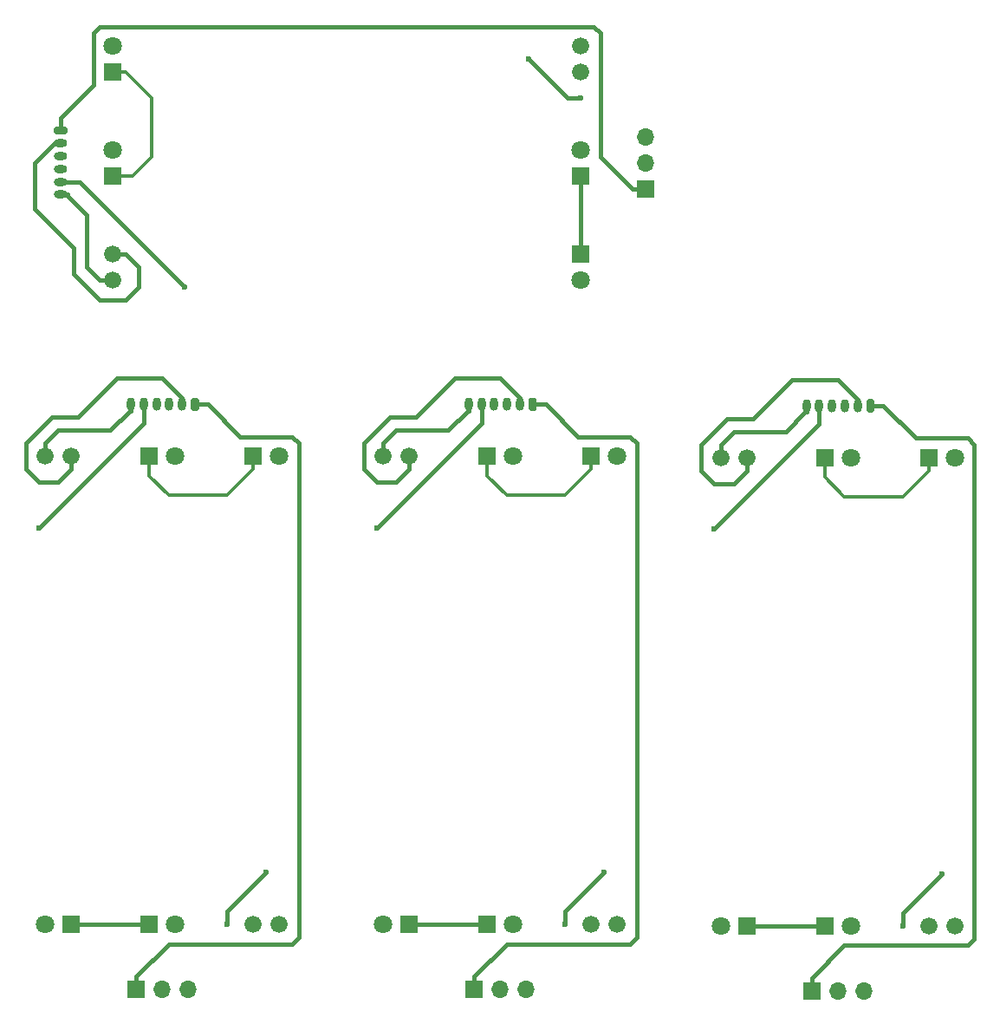
<source format=gbl>
%MOIN*%
%OFA0B0*%
%FSLAX46Y46*%
%IPPOS*%
%LPD*%
%ADD10O,0.031496062992125991X0.051181102362204731*%
%ADD11R,0.066929133858267723X0.066929133858267723*%
%ADD12O,0.066929133858267723X0.066929133858267723*%
%ADD13C,0.066*%
%ADD14R,0.070866141732283464X0.070866141732283464*%
%ADD15C,0.070866141732283464*%
%ADD16C,0.023622047244094488*%
%ADD17C,0.016*%
%ADD18C,0.012000000000000002*%
%ADD29O,0.051181102362204731X0.031496062992125991*%
%ADD30R,0.066929133858267723X0.066929133858267723*%
%ADD31O,0.066929133858267723X0.066929133858267723*%
%ADD32C,0.066*%
%ADD33R,0.070866141732283464X0.070866141732283464*%
%ADD34C,0.070866141732283464*%
%ADD35C,0.023622047244094488*%
%ADD36C,0.016*%
%ADD37C,0.012000000000000002*%
%ADD38O,0.031496062992125991X0.051181102362204731*%
%ADD39R,0.066929133858267723X0.066929133858267723*%
%ADD40O,0.066929133858267723X0.066929133858267723*%
%ADD41C,0.066*%
%ADD42R,0.070866141732283464X0.070866141732283464*%
%ADD43C,0.070866141732283464*%
%ADD44C,0.023622047244094488*%
%ADD45C,0.016*%
%ADD46C,0.012000000000000002*%
%ADD47O,0.031496062992125991X0.051181102362204731*%
%ADD48R,0.066929133858267723X0.066929133858267723*%
%ADD49O,0.066929133858267723X0.066929133858267723*%
%ADD50C,0.066*%
%ADD51R,0.070866141732283464X0.070866141732283464*%
%ADD52C,0.070866141732283464*%
%ADD53C,0.023622047244094488*%
%ADD54C,0.016*%
%ADD55C,0.012000000000000002*%
G01*
G36*
G01*
X0000740748Y0002367716D02*
X0000740748Y0002332283D01*
G75*
G02*
X0000732874Y0002324409I-0000007874D01*
G01*
X0000717125Y0002324409D01*
G75*
G02*
X0000709251Y0002332283J0000007874D01*
G01*
X0000709251Y0002367716D01*
G75*
G02*
X0000717125Y0002375590I0000007874D01*
G01*
X0000732874Y0002375590D01*
G75*
G02*
X0000740748Y0002367716J-0000007874D01*
G01*
G37*
D10*
X0000675787Y0002350000D03*
X0000626574Y0002350000D03*
X0000577362Y0002350000D03*
X0000528149Y0002350000D03*
X0000478937Y0002350000D03*
D11*
X0000500000Y0000099999D03*
D12*
X0000600000Y0000099999D03*
X0000700000Y0000099999D03*
D13*
X0001049999Y0000350787D03*
X0000950000Y0000350787D03*
X0000150000Y0002149999D03*
X0000250000Y0002149999D03*
D14*
X0000950000Y0002149999D03*
D15*
X0001049999Y0002149999D03*
D14*
X0000250000Y0000349999D03*
D15*
X0000150000Y0000349999D03*
D14*
X0000549999Y0002149999D03*
D15*
X0000650000Y0002149999D03*
D14*
X0000549999Y0000349999D03*
D15*
X0000650000Y0000349999D03*
D16*
X0000125000Y0001874999D03*
X0001000000Y0000549999D03*
X0000850000Y0000349999D03*
D17*
X0000478937Y0002324999D02*
X0000475000Y0002324999D01*
X0000475000Y0002324999D02*
X0000400000Y0002249999D01*
X0000400000Y0002249999D02*
X0000199999Y0002249999D01*
X0000150000Y0002199999D02*
X0000150000Y0002149999D01*
X0000199999Y0002249999D02*
X0000150000Y0002199999D01*
X0000549999Y0000349999D02*
X0000250000Y0000349999D01*
D18*
X0000950000Y0002149999D02*
X0000950000Y0002099999D01*
X0000549999Y0002074999D02*
X0000549999Y0002149999D01*
X0000625000Y0002000000D02*
X0000549999Y0002074999D01*
X0000850000Y0002000000D02*
X0000625000Y0002000000D01*
X0000950000Y0002099999D02*
X0000850000Y0002000000D01*
D17*
X0000775000Y0002350000D02*
X0000725000Y0002350000D01*
X0000900000Y0002224999D02*
X0000775000Y0002350000D01*
X0001100000Y0002224999D02*
X0000900000Y0002224999D01*
X0001124999Y0002199999D02*
X0001100000Y0002224999D01*
X0001124999Y0000300000D02*
X0001124999Y0002199999D01*
X0000625000Y0000274999D02*
X0001100000Y0000274999D01*
X0000500000Y0000150000D02*
X0000625000Y0000274999D01*
X0001100000Y0000274999D02*
X0001124999Y0000300000D01*
X0000500000Y0000099999D02*
X0000500000Y0000150000D01*
X0000675787Y0002374212D02*
X0000600000Y0002449999D01*
X0000600000Y0002449999D02*
X0000425000Y0002449999D01*
X0000425000Y0002449999D02*
X0000274999Y0002299999D01*
X0000274999Y0002299999D02*
X0000175000Y0002299999D01*
X0000175000Y0002299999D02*
X0000075000Y0002199999D01*
X0000075000Y0002199999D02*
X0000075000Y0002099999D01*
X0000075000Y0002099999D02*
X0000125000Y0002049999D01*
X0000125000Y0002049999D02*
X0000199999Y0002049999D01*
X0000250000Y0002099999D02*
X0000250000Y0002149999D01*
X0000199999Y0002049999D02*
X0000250000Y0002099999D01*
X0000675787Y0002350000D02*
X0000675000Y0002350000D01*
X0000675787Y0002350000D02*
X0000675787Y0002374212D01*
X0000528149Y0002324999D02*
X0000528149Y0002278149D01*
X0000125000Y0001874999D02*
X0000125000Y0001874999D01*
X0000528149Y0002278149D02*
X0000125000Y0001874999D01*
X0000850000Y0000399999D02*
X0000850000Y0000349999D01*
X0001000000Y0000549999D02*
X0000850000Y0000399999D01*
G04 next file*
G04 Gerber Fmt 4.6, Leading zero omitted, Abs format (unit mm)*
G04 Created by KiCad (PCBNEW (5.1.10)-1) date 2021-09-22 20:24:30*
G01*
G04 APERTURE LIST*
G04 APERTURE END LIST*
G36*
G01*
X0000191338Y0003417913D02*
X0000226771Y0003417913D01*
G75*
G02*
X0000234645Y0003410039J-0000007874D01*
G01*
X0000234645Y0003394291D01*
G75*
G02*
X0000226771Y0003386417I-0000007874D01*
G01*
X0000191338Y0003386417D01*
G75*
G02*
X0000183464Y0003394291J0000007874D01*
G01*
X0000183464Y0003410039D01*
G75*
G02*
X0000191338Y0003417913I0000007874D01*
G01*
G37*
D29*
X0000209055Y0003352952D03*
X0000209055Y0003303740D03*
X0000209055Y0003254527D03*
X0000209055Y0003205314D03*
X0000209055Y0003156102D03*
D30*
X0002459055Y0003177165D03*
D31*
X0002459055Y0003277165D03*
X0002459055Y0003377165D03*
D32*
X0002208267Y0003727165D03*
X0002208267Y0003627165D03*
X0000409055Y0002827165D03*
X0000409055Y0002927165D03*
D33*
X0000409055Y0003627165D03*
D34*
X0000409055Y0003727165D03*
D33*
X0002209055Y0002927165D03*
D34*
X0002209055Y0002827165D03*
D33*
X0000409055Y0003227165D03*
D34*
X0000409055Y0003327165D03*
D33*
X0002209055Y0003227165D03*
D34*
X0002209055Y0003327165D03*
D35*
X0000684055Y0002802165D03*
X0002009055Y0003677165D03*
X0002209055Y0003527165D03*
D36*
X0000234055Y0003156102D02*
X0000234055Y0003152165D01*
X0000234055Y0003152165D02*
X0000309055Y0003077165D01*
X0000309055Y0003077165D02*
X0000309055Y0002877165D01*
X0000359055Y0002827165D02*
X0000409055Y0002827165D01*
X0000309055Y0002877165D02*
X0000359055Y0002827165D01*
X0002209055Y0003227165D02*
X0002209055Y0002927165D01*
D37*
X0000409055Y0003627165D02*
X0000459055Y0003627165D01*
X0000484055Y0003227165D02*
X0000409055Y0003227165D01*
X0000559055Y0003302165D02*
X0000484055Y0003227165D01*
X0000559055Y0003527165D02*
X0000559055Y0003302165D01*
X0000459055Y0003627165D02*
X0000559055Y0003527165D01*
D36*
X0000209055Y0003452165D02*
X0000209055Y0003402165D01*
X0000334055Y0003577165D02*
X0000209055Y0003452165D01*
X0000334055Y0003777165D02*
X0000334055Y0003577165D01*
X0000359055Y0003802165D02*
X0000334055Y0003777165D01*
X0002259055Y0003802165D02*
X0000359055Y0003802165D01*
X0002284055Y0003302165D02*
X0002284055Y0003777165D01*
X0002409055Y0003177165D02*
X0002284055Y0003302165D01*
X0002284055Y0003777165D02*
X0002259055Y0003802165D01*
X0002459055Y0003177165D02*
X0002409055Y0003177165D01*
X0000184842Y0003352952D02*
X0000109055Y0003277165D01*
X0000109055Y0003277165D02*
X0000109055Y0003102165D01*
X0000109055Y0003102165D02*
X0000259055Y0002952165D01*
X0000259055Y0002952165D02*
X0000259055Y0002852165D01*
X0000259055Y0002852165D02*
X0000359055Y0002752165D01*
X0000359055Y0002752165D02*
X0000459055Y0002752165D01*
X0000459055Y0002752165D02*
X0000509055Y0002802165D01*
X0000509055Y0002802165D02*
X0000509055Y0002877165D01*
X0000459055Y0002927165D02*
X0000409055Y0002927165D01*
X0000509055Y0002877165D02*
X0000459055Y0002927165D01*
X0000209055Y0003352952D02*
X0000209055Y0003352165D01*
X0000209055Y0003352952D02*
X0000184842Y0003352952D01*
X0000234055Y0003205314D02*
X0000280905Y0003205314D01*
X0000684055Y0002802165D02*
X0000684055Y0002802165D01*
X0000280905Y0003205314D02*
X0000684055Y0002802165D01*
X0002159055Y0003527165D02*
X0002209055Y0003527165D01*
X0002009055Y0003677165D02*
X0002159055Y0003527165D01*
G04 next file*
G04 Gerber Fmt 4.6, Leading zero omitted, Abs format (unit mm)*
G04 Created by KiCad (PCBNEW (5.1.10)-1) date 2021-09-22 20:24:30*
G01*
G04 APERTURE LIST*
G04 APERTURE END LIST*
G36*
G01*
X0003338937Y0002362637D02*
X0003338937Y0002327204D01*
G75*
G02*
X0003331062Y0002319330I-0000007874D01*
G01*
X0003315314Y0002319330D01*
G75*
G02*
X0003307440Y0002327204J0000007874D01*
G01*
X0003307440Y0002362637D01*
G75*
G02*
X0003315314Y0002370511I0000007874D01*
G01*
X0003331062Y0002370511D01*
G75*
G02*
X0003338937Y0002362637J-0000007874D01*
G01*
G37*
D38*
X0003273976Y0002344921D03*
X0003224763Y0002344921D03*
X0003175551Y0002344921D03*
X0003126338Y0002344921D03*
X0003077125Y0002344921D03*
D39*
X0003098188Y0000094921D03*
D40*
X0003198188Y0000094921D03*
X0003298188Y0000094921D03*
D41*
X0003648188Y0000345708D03*
X0003548188Y0000345708D03*
X0002748188Y0002144921D03*
X0002848188Y0002144921D03*
D42*
X0003548188Y0002144921D03*
D43*
X0003648188Y0002144921D03*
D42*
X0002848188Y0000344921D03*
D43*
X0002748188Y0000344921D03*
D42*
X0003148188Y0002144921D03*
D43*
X0003248188Y0002144921D03*
D42*
X0003148188Y0000344921D03*
D43*
X0003248188Y0000344921D03*
D44*
X0002723188Y0001869921D03*
X0003598188Y0000544921D03*
X0003448188Y0000344921D03*
D45*
X0003077125Y0002319921D02*
X0003073188Y0002319921D01*
X0003073188Y0002319921D02*
X0002998188Y0002244921D01*
X0002998188Y0002244921D02*
X0002798188Y0002244921D01*
X0002748188Y0002194921D02*
X0002748188Y0002144921D01*
X0002798188Y0002244921D02*
X0002748188Y0002194921D01*
X0003148188Y0000344921D02*
X0002848188Y0000344921D01*
D46*
X0003548188Y0002144921D02*
X0003548188Y0002094921D01*
X0003148188Y0002069921D02*
X0003148188Y0002144921D01*
X0003223188Y0001994921D02*
X0003148188Y0002069921D01*
X0003448188Y0001994921D02*
X0003223188Y0001994921D01*
X0003548188Y0002094921D02*
X0003448188Y0001994921D01*
D45*
X0003373188Y0002344921D02*
X0003323188Y0002344921D01*
X0003498188Y0002219921D02*
X0003373188Y0002344921D01*
X0003698188Y0002219921D02*
X0003498188Y0002219921D01*
X0003723188Y0002194921D02*
X0003698188Y0002219921D01*
X0003723188Y0000294921D02*
X0003723188Y0002194921D01*
X0003223188Y0000269921D02*
X0003698188Y0000269921D01*
X0003098188Y0000144921D02*
X0003223188Y0000269921D01*
X0003698188Y0000269921D02*
X0003723188Y0000294921D01*
X0003098188Y0000094921D02*
X0003098188Y0000144921D01*
X0003273976Y0002369133D02*
X0003198188Y0002444921D01*
X0003198188Y0002444921D02*
X0003023188Y0002444921D01*
X0003023188Y0002444921D02*
X0002873188Y0002294921D01*
X0002873188Y0002294921D02*
X0002773188Y0002294921D01*
X0002773188Y0002294921D02*
X0002673188Y0002194921D01*
X0002673188Y0002194921D02*
X0002673188Y0002094921D01*
X0002673188Y0002094921D02*
X0002723188Y0002044921D01*
X0002723188Y0002044921D02*
X0002798188Y0002044921D01*
X0002848188Y0002094921D02*
X0002848188Y0002144921D01*
X0002798188Y0002044921D02*
X0002848188Y0002094921D01*
X0003273976Y0002344921D02*
X0003273188Y0002344921D01*
X0003273976Y0002344921D02*
X0003273976Y0002369133D01*
X0003126338Y0002319921D02*
X0003126338Y0002273070D01*
X0002723188Y0001869921D02*
X0002723188Y0001869921D01*
X0003126338Y0002273070D02*
X0002723188Y0001869921D01*
X0003448188Y0000394921D02*
X0003448188Y0000344921D01*
X0003598188Y0000544921D02*
X0003448188Y0000394921D01*
G04 next file*
G04 Gerber Fmt 4.6, Leading zero omitted, Abs format (unit mm)*
G04 Created by KiCad (PCBNEW (5.1.10)-1) date 2021-09-22 20:24:30*
G01*
G04 APERTURE LIST*
G04 APERTURE END LIST*
G36*
G01*
X0002039960Y0002367716D02*
X0002039960Y0002332283D01*
G75*
G02*
X0002032086Y0002324409I-0000007874D01*
G01*
X0002016338Y0002324409D01*
G75*
G02*
X0002008464Y0002332283J0000007874D01*
G01*
X0002008464Y0002367716D01*
G75*
G02*
X0002016338Y0002375590I0000007874D01*
G01*
X0002032086Y0002375590D01*
G75*
G02*
X0002039960Y0002367716J-0000007874D01*
G01*
G37*
D47*
X0001975000Y0002350000D03*
X0001925787Y0002350000D03*
X0001876574Y0002350000D03*
X0001827362Y0002350000D03*
X0001778149Y0002350000D03*
D48*
X0001799212Y0000099999D03*
D49*
X0001899212Y0000099999D03*
X0001999212Y0000099999D03*
D50*
X0002349212Y0000350787D03*
X0002249212Y0000350787D03*
X0001449212Y0002149999D03*
X0001549212Y0002149999D03*
D51*
X0002249212Y0002149999D03*
D52*
X0002349212Y0002149999D03*
D51*
X0001549212Y0000349999D03*
D52*
X0001449212Y0000349999D03*
D51*
X0001849212Y0002149999D03*
D52*
X0001949212Y0002149999D03*
D51*
X0001849212Y0000349999D03*
D52*
X0001949212Y0000349999D03*
D53*
X0001424212Y0001874999D03*
X0002299212Y0000549999D03*
X0002149212Y0000349999D03*
D54*
X0001778149Y0002324999D02*
X0001774212Y0002324999D01*
X0001774212Y0002324999D02*
X0001699212Y0002249999D01*
X0001699212Y0002249999D02*
X0001499212Y0002249999D01*
X0001449212Y0002199999D02*
X0001449212Y0002149999D01*
X0001499212Y0002249999D02*
X0001449212Y0002199999D01*
X0001849212Y0000349999D02*
X0001549212Y0000349999D01*
D55*
X0002249212Y0002149999D02*
X0002249212Y0002099999D01*
X0001849212Y0002074999D02*
X0001849212Y0002149999D01*
X0001924212Y0002000000D02*
X0001849212Y0002074999D01*
X0002149212Y0002000000D02*
X0001924212Y0002000000D01*
X0002249212Y0002099999D02*
X0002149212Y0002000000D01*
D54*
X0002074212Y0002350000D02*
X0002024212Y0002350000D01*
X0002199212Y0002224999D02*
X0002074212Y0002350000D01*
X0002399212Y0002224999D02*
X0002199212Y0002224999D01*
X0002424212Y0002199999D02*
X0002399212Y0002224999D01*
X0002424212Y0000300000D02*
X0002424212Y0002199999D01*
X0001924212Y0000274999D02*
X0002399212Y0000274999D01*
X0001799212Y0000150000D02*
X0001924212Y0000274999D01*
X0002399212Y0000274999D02*
X0002424212Y0000300000D01*
X0001799212Y0000099999D02*
X0001799212Y0000150000D01*
X0001975000Y0002374212D02*
X0001899212Y0002449999D01*
X0001899212Y0002449999D02*
X0001724212Y0002449999D01*
X0001724212Y0002449999D02*
X0001574212Y0002299999D01*
X0001574212Y0002299999D02*
X0001474212Y0002299999D01*
X0001474212Y0002299999D02*
X0001374212Y0002199999D01*
X0001374212Y0002199999D02*
X0001374212Y0002099999D01*
X0001374212Y0002099999D02*
X0001424212Y0002049999D01*
X0001424212Y0002049999D02*
X0001499212Y0002049999D01*
X0001549212Y0002099999D02*
X0001549212Y0002149999D01*
X0001499212Y0002049999D02*
X0001549212Y0002099999D01*
X0001975000Y0002350000D02*
X0001974212Y0002350000D01*
X0001975000Y0002350000D02*
X0001975000Y0002374212D01*
X0001827362Y0002324999D02*
X0001827362Y0002278149D01*
X0001424212Y0001874999D02*
X0001424212Y0001874999D01*
X0001827362Y0002278149D02*
X0001424212Y0001874999D01*
X0002149212Y0000399999D02*
X0002149212Y0000349999D01*
X0002299212Y0000549999D02*
X0002149212Y0000399999D01*
M02*
</source>
